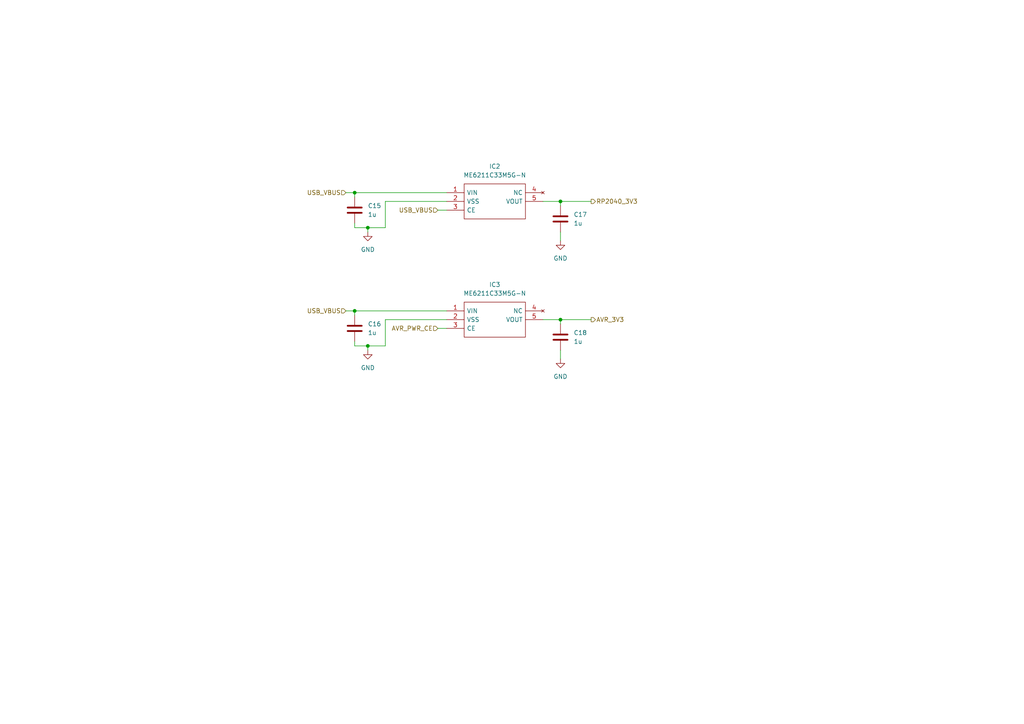
<source format=kicad_sch>
(kicad_sch (version 20220103) (generator eeschema)
  (paper "A4")
  (title_block (title "SUCSS Hardware Hacker"))
  (lib_symbols
    (symbol "Device:C" (pin_numbers hide) (pin_names (offset 0.254))
      (property "Reference" "C" (at 0.635 2.54 0))
      (property "Value" "C" (at 0.635 -2.54 0))
      (symbol "C_0_1"
        (polyline (pts (xy -2.032 -0.762) (xy 2.032 -0.762)) (stroke (width 0.508)))
        (polyline (pts (xy -2.032 0.762) (xy 2.032 0.762)) (stroke (width 0.508)))
      )
      (symbol "C_1_1"
        (pin passive line (at 0 3.81 270) (length 2.794) (name "~") (number "1"))
        (pin passive line (at 0 -3.81 90) (length 2.794) (name "~") (number "2"))
      )
    )
    (symbol "ME6211C33M5G-N:ME6211C33M5G-N" (pin_names (offset 0.762))
      (property "Reference" "IC" (at 24.13 7.62 0))
      (property "Value" "ME6211C33M5G-N" (at 24.13 5.08 0))
      (symbol "ME6211C33M5G-N_0_0"
        (pin passive line (at 0 0 0) (length 5.08) (name "VIN") (number "1"))
        (pin passive line (at 0 -2.54 0) (length 5.08) (name "VSS") (number "2"))
        (pin passive line (at 0 -5.08 0) (length 5.08) (name "CE") (number "3"))
        (pin no_connect line (at 27.94 0 180) (length 5.08) (name "NC") (number "4"))
        (pin passive line (at 27.94 -2.54 180) (length 5.08) (name "VOUT") (number "5"))
      )
      (symbol "ME6211C33M5G-N_0_1"
        (polyline (pts (xy 5.08 2.54) (xy 22.86 2.54) (xy 22.86 -7.62) (xy 5.08 -7.62) (xy 5.08 2.54)) (stroke (width 0.1524)))
      )
    )
    (symbol "power:GND" (power) (pin_names (offset 0))
      (property "Value" "GND" (at 0 -3.81 0))
      (symbol "GND_0_1"
        (polyline (pts (xy 0 0) (xy 0 -1.27) (xy 1.27 -1.27) (xy 0 -2.54) (xy -1.27 -1.27) (xy 0 -1.27)))
      )
      (symbol "GND_1_1"
        (pin power_in line (at 0 0 270) (length 0) hide (name "GND") (number "1"))
      )
    )
  )
  (junction (at 162.56 58.42) (diameter 0.9144))
  (junction (at 102.87 90.17) (diameter 0.9144))
  (junction (at 162.56 92.71) (diameter 0.9144))
  (junction (at 106.68 100.33) (diameter 0.9144))
  (junction (at 106.68 66.04) (diameter 0.9144))
  (junction (at 102.87 55.88) (diameter 0.9144))
  (wire (pts (xy 162.56 58.42) (xy 162.56 59.69)))
  (wire (pts (xy 102.87 99.06) (xy 102.87 100.33)))
  (wire (pts (xy 102.87 55.88) (xy 102.87 57.15)))
  (wire (pts (xy 111.76 92.71) (xy 111.76 100.33)))
  (wire (pts (xy 127 95.25) (xy 129.54 95.25)))
  (wire (pts (xy 102.87 100.33) (xy 106.68 100.33)))
  (wire (pts (xy 102.87 64.77) (xy 102.87 66.04)))
  (wire (pts (xy 102.87 66.04) (xy 106.68 66.04)))
  (wire (pts (xy 100.33 55.88) (xy 102.87 55.88)))
  (wire (pts (xy 102.87 55.88) (xy 129.54 55.88)))
  (wire (pts (xy 162.56 67.31) (xy 162.56 69.85)))
  (wire (pts (xy 100.33 90.17) (xy 102.87 90.17)))
  (wire (pts (xy 102.87 90.17) (xy 102.87 91.44)))
  (wire (pts (xy 162.56 101.6) (xy 162.56 104.14)))
  (wire (pts (xy 106.68 100.33) (xy 106.68 101.6)))
  (wire (pts (xy 157.48 58.42) (xy 162.56 58.42)))
  (wire (pts (xy 111.76 100.33) (xy 106.68 100.33)))
  (wire (pts (xy 162.56 58.42) (xy 171.45 58.42)))
  (wire (pts (xy 162.56 92.71) (xy 171.45 92.71)))
  (wire (pts (xy 127 60.96) (xy 129.54 60.96)))
  (wire (pts (xy 157.48 92.71) (xy 162.56 92.71)))
  (wire (pts (xy 162.56 92.71) (xy 162.56 93.98)))
  (wire (pts (xy 111.76 66.04) (xy 106.68 66.04)))
  (wire (pts (xy 111.76 58.42) (xy 129.54 58.42)))
  (wire (pts (xy 102.87 90.17) (xy 129.54 90.17)))
  (wire (pts (xy 111.76 92.71) (xy 129.54 92.71)))
  (wire (pts (xy 106.68 66.04) (xy 106.68 67.31)))
  (wire (pts (xy 111.76 58.42) (xy 111.76 66.04)))
  (hierarchical_label "AVR_PWR_CE" (shape input) (at 127 95.25 180))
  (hierarchical_label "AVR_3V3" (shape output) (at 171.45 92.71 0))
  (hierarchical_label "USB_VBUS" (shape input) (at 127 60.96 180))
  (hierarchical_label "USB_VBUS" (shape input) (at 100.33 55.88 180))
  (hierarchical_label "USB_VBUS" (shape input) (at 100.33 90.17 180))
  (hierarchical_label "RP2040_3V3" (shape output) (at 171.45 58.42 0))
  (symbol (lib_id "ME6211C33M5G-N:ME6211C33M5G-N") (at 129.54 55.88 0) (unit 1)
    (property "Reference" "IC2" (at 143.51 48.26 0))
    (property "Value" "ME6211C33M5G-N" (at 143.51 50.8 0))
    (property "Footprint" "Package_TO_SOT_SMD:SOT-23-5" (effects hide))
    (property "Datasheet" "https://datasheet.lcsc.com/szlcsc/1811131510_MICRONE-Nanjing-Micro-One-Elec-ME6211C33M5G-N_C82942.pdf" (effects hide))
    (property "Description" "Fixed 6V 3.3V 500mA SOT-23-5 Low Dropout Regulators(LDO) RoHS" (effects hide))
    (property "Height" "1.45" (effects hide))
    (property "Manufacturer_Name" "Microne" (effects hide))
    (property "Manufacturer_Part_Number" "ME6211C33M5G-N" (effects hide))
    (property "LCSC Part" "C82942" (effects hide))
  )
  (symbol (lib_id "power:GND") (at 106.68 67.31 0) (unit 1)
    (property "Reference" "#PWR016" (effects hide))
    (property "Value" "GND" (at 106.68 72.39 0))
  )
  (symbol (lib_id "Device:C") (at 162.56 63.5 0) (unit 1)
    (property "Reference" "C17" (at 166.37 62.23 0) (effects (justify left)))
    (property "Value" "1u" (at 166.37 64.77 0) (effects (justify left)))
    (property "Footprint" "Capacitor_SMD:C_0805_2012Metric" (effects hide))
    (property "LCSC Part" "C28323" (effects hide))
  )
  (symbol (lib_id "power:GND") (at 106.68 101.6 0) (unit 1)
    (property "Reference" "#PWR017" (effects hide))
    (property "Value" "GND" (at 106.68 106.68 0))
  )
  (symbol (lib_id "power:GND") (at 162.56 104.14 0) (unit 1)
    (property "Reference" "#PWR019" (effects hide))
    (property "Value" "GND" (at 162.56 109.22 0))
  )
  (symbol (lib_id "Device:C") (at 162.56 97.79 0) (unit 1)
    (property "Reference" "C18" (at 166.37 96.52 0) (effects (justify left)))
    (property "Value" "1u" (at 166.37 99.06 0) (effects (justify left)))
    (property "Footprint" "Capacitor_SMD:C_0805_2012Metric" (effects hide))
    (property "LCSC Part" "C28323" (effects hide))
  )
  (symbol (lib_id "power:GND") (at 162.56 69.85 0) (unit 1)
    (property "Reference" "#PWR018" (effects hide))
    (property "Value" "GND" (at 162.56 74.93 0))
  )
  (symbol (lib_id "Device:C") (at 102.87 95.25 0) (unit 1)
    (property "Reference" "C16" (at 106.68 93.98 0) (effects (justify left)))
    (property "Value" "1u" (at 106.68 96.52 0) (effects (justify left)))
    (property "Footprint" "Capacitor_SMD:C_0805_2012Metric" (effects hide))
    (property "LCSC Part" "C28323" (effects hide))
  )
  (symbol (lib_id "Device:C") (at 102.87 60.96 0) (unit 1)
    (property "Reference" "C15" (at 106.68 59.69 0) (effects (justify left)))
    (property "Value" "1u" (at 106.68 62.23 0) (effects (justify left)))
    (property "Footprint" "Capacitor_SMD:C_0805_2012Metric" (effects hide))
    (property "LCSC Part" "C28323" (effects hide))
  )
  (symbol (lib_id "ME6211C33M5G-N:ME6211C33M5G-N") (at 129.54 90.17 0) (unit 1)
    (property "Reference" "IC3" (at 143.51 82.55 0))
    (property "Value" "ME6211C33M5G-N" (at 143.51 85.09 0))
    (property "Footprint" "Package_TO_SOT_SMD:SOT-23-5" (effects hide))
    (property "Datasheet" "https://datasheet.lcsc.com/szlcsc/1811131510_MICRONE-Nanjing-Micro-One-Elec-ME6211C33M5G-N_C82942.pdf" (effects hide))
    (property "Description" "Fixed 6V 3.3V 500mA SOT-23-5 Low Dropout Regulators(LDO) RoHS" (effects hide))
    (property "Height" "1.45" (effects hide))
    (property "Manufacturer_Name" "Microne" (effects hide))
    (property "Manufacturer_Part_Number" "ME6211C33M5G-N" (effects hide))
    (property "LCSC Part" "C82942" (effects hide))
  )
)
</source>
